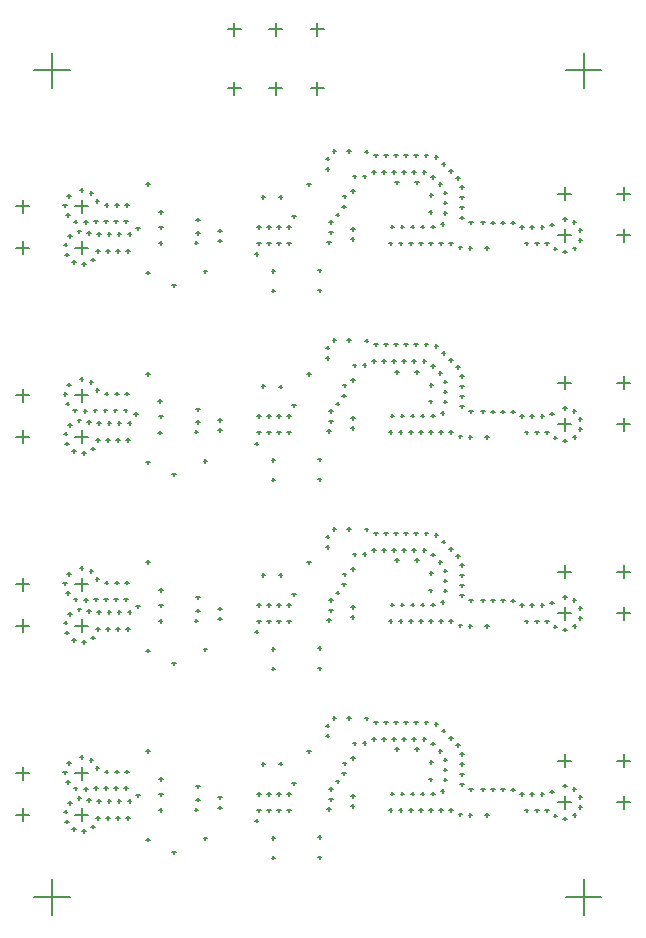
<source format=gbr>
G04*
G04 #@! TF.GenerationSoftware,Altium Limited,Altium Designer,25.1.2 (22)*
G04*
G04 Layer_Color=128*
%FSLAX25Y25*%
%MOIN*%
G70*
G04*
G04 #@! TF.SameCoordinates,A5DCB332-85D3-4D93-9494-DFC79FD2F11A*
G04*
G04*
G04 #@! TF.FilePolarity,Positive*
G04*
G01*
G75*
%ADD11C,0.00500*%
D11*
X200787Y299213D02*
X212598D01*
X206693Y293307D02*
Y305118D01*
X23622Y299213D02*
X35433D01*
X29528Y293307D02*
Y305118D01*
X200787Y23622D02*
X212598D01*
X206693Y17717D02*
Y29528D01*
X23622Y23622D02*
X35433D01*
X29528Y17717D02*
Y29528D01*
X115650Y312992D02*
X119980D01*
X117815Y310827D02*
Y315158D01*
X115650Y293307D02*
X119980D01*
X117815Y291142D02*
Y295472D01*
X101870Y312992D02*
X106201D01*
X104035Y310827D02*
Y315158D01*
X101870Y293307D02*
X106201D01*
X104035Y291142D02*
Y295472D01*
X88091Y312992D02*
X92421D01*
X90256Y310827D02*
Y315158D01*
X88091Y293307D02*
X92421D01*
X90256Y291142D02*
Y295472D01*
X17520Y190945D02*
X21850D01*
X19685Y188779D02*
Y193110D01*
X37205Y190945D02*
X41535D01*
X39370Y188779D02*
Y193110D01*
X17520Y177165D02*
X21850D01*
X19685Y175000D02*
Y179331D01*
X37205Y177165D02*
X41535D01*
X39370Y175000D02*
Y179331D01*
X17520Y253937D02*
X21850D01*
X19685Y251772D02*
Y256102D01*
X37205Y253937D02*
X41535D01*
X39370Y251772D02*
Y256102D01*
X17520Y240158D02*
X21850D01*
X19685Y237992D02*
Y242323D01*
X37205Y240158D02*
X41535D01*
X39370Y237992D02*
Y242323D01*
X217913Y244291D02*
X222244D01*
X220079Y242126D02*
Y246457D01*
X198228Y244291D02*
X202559D01*
X200394Y242126D02*
Y246457D01*
X217913Y258071D02*
X222244D01*
X220079Y255906D02*
Y260236D01*
X198228Y258071D02*
X202559D01*
X200394Y255906D02*
Y260236D01*
X217913Y181299D02*
X222244D01*
X220079Y179134D02*
Y183465D01*
X198228Y181299D02*
X202559D01*
X200394Y179134D02*
Y183465D01*
X217913Y195079D02*
X222244D01*
X220079Y192913D02*
Y197244D01*
X198228Y195079D02*
X202559D01*
X200394Y192913D02*
Y197244D01*
X17520Y127953D02*
X21850D01*
X19685Y125787D02*
Y130118D01*
X37205Y127953D02*
X41535D01*
X39370Y125787D02*
Y130118D01*
X17520Y114173D02*
X21850D01*
X19685Y112008D02*
Y116339D01*
X37205Y114173D02*
X41535D01*
X39370Y112008D02*
Y116339D01*
X217913Y118307D02*
X222244D01*
X220079Y116142D02*
Y120472D01*
X198228Y118307D02*
X202559D01*
X200394Y116142D02*
Y120472D01*
X217913Y132087D02*
X222244D01*
X220079Y129921D02*
Y134252D01*
X198228Y132087D02*
X202559D01*
X200394Y129921D02*
Y134252D01*
X17520Y64961D02*
X21850D01*
X19685Y62795D02*
Y67126D01*
X37205Y64961D02*
X41535D01*
X39370Y62795D02*
Y67126D01*
X17520Y51181D02*
X21850D01*
X19685Y49016D02*
Y53347D01*
X37205Y51181D02*
X41535D01*
X39370Y49016D02*
Y53347D01*
X217913Y55315D02*
X222244D01*
X220079Y53150D02*
Y57480D01*
X198228Y55315D02*
X202559D01*
X200394Y53150D02*
Y57480D01*
X217913Y69095D02*
X222244D01*
X220079Y66929D02*
Y71260D01*
X198228Y69095D02*
X202559D01*
X200394Y66929D02*
Y71260D01*
X190460Y241526D02*
X191642D01*
X191051Y240936D02*
Y242117D01*
X193823Y241526D02*
X195004D01*
X194413Y240936D02*
Y242117D01*
X187098Y178534D02*
X188279D01*
X187689Y177944D02*
Y179125D01*
X185589Y247056D02*
X186770D01*
X186180Y246466D02*
Y247647D01*
X205006Y246028D02*
X206188D01*
X205597Y245438D02*
Y246619D01*
X190460Y115542D02*
X191642D01*
X191051Y114952D02*
Y116133D01*
X205037Y116682D02*
X206218D01*
X205627Y116091D02*
Y117272D01*
X188951Y58080D02*
X190132D01*
X189542Y57489D02*
Y58671D01*
X172456Y185531D02*
X173637D01*
X173047Y184940D02*
Y186121D01*
X199803Y123769D02*
X200984D01*
X200394Y123178D02*
Y124360D01*
X182543Y248479D02*
X183724D01*
X183133Y247889D02*
Y249070D01*
X185589Y121072D02*
X186770D01*
X186180Y120482D02*
Y121663D01*
X196695Y239779D02*
X197876D01*
X197286Y239189D02*
Y240370D01*
X187098Y241526D02*
X188279D01*
X187689Y240936D02*
Y242117D01*
X188951Y247056D02*
X190132D01*
X189542Y246466D02*
Y247647D01*
X205037Y242666D02*
X206218D01*
X205627Y242076D02*
Y243257D01*
X185589Y58080D02*
X186770D01*
X186180Y57489D02*
Y58671D01*
X199918Y49846D02*
X201099D01*
X200509Y49255D02*
Y50436D01*
X173882Y51083D02*
X175063D01*
X174472Y50493D02*
Y51674D01*
X199803Y249753D02*
X200984D01*
X200394Y249163D02*
Y250344D01*
X195594Y247794D02*
X196775D01*
X196184Y247203D02*
Y248385D01*
X188951Y184064D02*
X190132D01*
X189542Y183474D02*
Y184655D01*
X175818Y185509D02*
X176999D01*
X176409Y184918D02*
Y186100D01*
X205006Y57052D02*
X206188D01*
X205597Y56461D02*
Y57642D01*
X196695Y50803D02*
X197876D01*
X197286Y50212D02*
Y51393D01*
X203006Y185739D02*
X204187D01*
X203597Y185148D02*
Y186329D01*
X195594Y58818D02*
X196775D01*
X196184Y58227D02*
Y59408D01*
X192313Y58080D02*
X193495D01*
X192904Y57489D02*
Y58671D01*
X192313Y184064D02*
X193495D01*
X192904Y183474D02*
Y184655D01*
X173882Y114075D02*
X175063D01*
X174472Y113485D02*
Y114666D01*
X195594Y121810D02*
X196775D01*
X196184Y121219D02*
Y122400D01*
X192313Y247056D02*
X193495D01*
X192904Y246466D02*
Y247647D01*
X203096Y176929D02*
X204277D01*
X203686Y176338D02*
Y177519D01*
X205006Y120044D02*
X206188D01*
X205597Y119453D02*
Y120634D01*
X179181Y59527D02*
X180362D01*
X179771Y58936D02*
Y60118D01*
X199803Y186761D02*
X200984D01*
X200394Y186170D02*
Y187352D01*
X205037Y53690D02*
X206218D01*
X205627Y53099D02*
Y54280D01*
X199918Y238822D02*
X201099D01*
X200509Y238231D02*
Y239412D01*
X203096Y50944D02*
X204277D01*
X203686Y50354D02*
Y51535D01*
X175818Y122517D02*
X176999D01*
X176409Y121926D02*
Y123108D01*
X203006Y122747D02*
X204187D01*
X203597Y122156D02*
Y123337D01*
X195594Y184802D02*
X196775D01*
X196184Y184211D02*
Y185392D01*
X172456Y248523D02*
X173637D01*
X173047Y247933D02*
Y249114D01*
X172456Y122539D02*
X173637D01*
X173047Y121948D02*
Y123129D01*
X175818Y248501D02*
X176999D01*
X176409Y247911D02*
Y249092D01*
X199918Y175830D02*
X201099D01*
X200509Y175239D02*
Y176420D01*
X175818Y59525D02*
X176999D01*
X176409Y58934D02*
Y60115D01*
X187098Y52550D02*
X188279D01*
X187689Y51959D02*
Y53140D01*
X179181Y248503D02*
X180362D01*
X179771Y247913D02*
Y249094D01*
X196695Y176787D02*
X197876D01*
X197286Y176196D02*
Y177377D01*
X182543Y122495D02*
X183724D01*
X183133Y121904D02*
Y123085D01*
X193823Y115542D02*
X195004D01*
X194413Y114952D02*
Y116133D01*
X179181Y185511D02*
X180362D01*
X179771Y184921D02*
Y186102D01*
X205006Y183036D02*
X206188D01*
X205597Y182446D02*
Y183627D01*
X199918Y112838D02*
X201099D01*
X200509Y112247D02*
Y113428D01*
X199803Y60777D02*
X200984D01*
X200394Y60186D02*
Y61367D01*
X203096Y113936D02*
X204277D01*
X203686Y113346D02*
Y114527D01*
X203006Y59754D02*
X204187D01*
X203597Y59164D02*
Y60345D01*
X182543Y59503D02*
X183724D01*
X183133Y58912D02*
Y60093D01*
X203006Y248731D02*
X204187D01*
X203597Y248140D02*
Y249321D01*
X173882Y240060D02*
X175063D01*
X174472Y239469D02*
Y240650D01*
X192313Y121072D02*
X193495D01*
X192904Y120482D02*
Y121663D01*
X179181Y122519D02*
X180362D01*
X179771Y121929D02*
Y123110D01*
X196695Y113795D02*
X197876D01*
X197286Y113204D02*
Y114385D01*
X203096Y239921D02*
X204277D01*
X203686Y239330D02*
Y240511D01*
X173882Y177067D02*
X175063D01*
X174472Y176477D02*
Y177658D01*
X187098Y115542D02*
X188279D01*
X187689Y114952D02*
Y116133D01*
X193823Y52550D02*
X195004D01*
X194413Y51959D02*
Y53140D01*
X190460Y178534D02*
X191642D01*
X191051Y177944D02*
Y179125D01*
X182543Y185487D02*
X183724D01*
X183133Y184897D02*
Y186078D01*
X172456Y59547D02*
X173637D01*
X173047Y58956D02*
Y60137D01*
X188951Y121072D02*
X190132D01*
X189542Y120482D02*
Y121663D01*
X190460Y52550D02*
X191642D01*
X191051Y51959D02*
Y53140D01*
X185589Y184064D02*
X186770D01*
X186180Y183474D02*
Y184655D01*
X205037Y179674D02*
X206218D01*
X205627Y179084D02*
Y180265D01*
X193823Y178534D02*
X195004D01*
X194413Y177944D02*
Y179125D01*
X168487Y59547D02*
X169668D01*
X169078Y58956D02*
Y60137D01*
X168364Y51083D02*
X169545D01*
X168954Y50493D02*
Y51674D01*
X165006Y51247D02*
X166187D01*
X165596Y50656D02*
Y51837D01*
X161932Y52609D02*
X163113D01*
X162522Y52018D02*
Y53199D01*
X158570Y52609D02*
X159751D01*
X159160Y52018D02*
Y53199D01*
X155207Y52609D02*
X156388D01*
X155798Y52018D02*
Y53199D01*
X151845Y52609D02*
X153026D01*
X152436Y52018D02*
Y53199D01*
X148483Y52609D02*
X149664D01*
X149073Y52018D02*
Y53199D01*
X145121Y52609D02*
X146302D01*
X145711Y52018D02*
Y53199D01*
X141759Y52609D02*
X142940D01*
X142349Y52018D02*
Y53199D01*
X129087Y54012D02*
X130268D01*
X129677Y53422D02*
Y54603D01*
X129276Y57369D02*
X130457D01*
X129867Y56778D02*
Y57960D01*
X142350Y58139D02*
X143531D01*
X142940Y57548D02*
Y58730D01*
X145712Y58139D02*
X146893D01*
X146303Y57548D02*
Y58730D01*
X149074Y58139D02*
X150255D01*
X149665Y57548D02*
Y58730D01*
X152436Y58139D02*
X153618D01*
X153027Y57548D02*
Y58730D01*
X155799Y58139D02*
X156980D01*
X156389Y57548D02*
Y58730D01*
X159049Y59001D02*
X160230D01*
X159639Y58410D02*
Y59591D01*
X168487Y122539D02*
X169668D01*
X169078Y121948D02*
Y123129D01*
X168364Y114075D02*
X169545D01*
X168954Y113485D02*
Y114666D01*
X165006Y114239D02*
X166187D01*
X165596Y113648D02*
Y114829D01*
X161932Y115601D02*
X163113D01*
X162522Y115011D02*
Y116192D01*
X158570Y115601D02*
X159751D01*
X159160Y115011D02*
Y116192D01*
X155207Y115601D02*
X156388D01*
X155798Y115011D02*
Y116192D01*
X151845Y115601D02*
X153026D01*
X152436Y115011D02*
Y116192D01*
X148483Y115601D02*
X149664D01*
X149073Y115011D02*
Y116192D01*
X145121Y115601D02*
X146302D01*
X145711Y115011D02*
Y116192D01*
X141759Y115601D02*
X142940D01*
X142349Y115011D02*
Y116192D01*
X129087Y117004D02*
X130268D01*
X129677Y116414D02*
Y117595D01*
X129276Y120361D02*
X130457D01*
X129867Y119771D02*
Y120952D01*
X142350Y121131D02*
X143531D01*
X142940Y120541D02*
Y121722D01*
X145712Y121131D02*
X146893D01*
X146303Y120541D02*
Y121722D01*
X149074Y121131D02*
X150255D01*
X149665Y120541D02*
Y121722D01*
X152436Y121131D02*
X153618D01*
X153027Y120541D02*
Y121722D01*
X155799Y121131D02*
X156980D01*
X156389Y120541D02*
Y121722D01*
X159049Y121993D02*
X160230D01*
X159639Y121402D02*
Y122583D01*
X168487Y185531D02*
X169668D01*
X169078Y184940D02*
Y186121D01*
X168364Y177067D02*
X169545D01*
X168954Y176477D02*
Y177658D01*
X165006Y177231D02*
X166187D01*
X165596Y176640D02*
Y177821D01*
X161932Y178593D02*
X163113D01*
X162522Y178003D02*
Y179184D01*
X158570Y178593D02*
X159751D01*
X159160Y178003D02*
Y179184D01*
X155207Y178593D02*
X156388D01*
X155798Y178003D02*
Y179184D01*
X151845Y178593D02*
X153026D01*
X152436Y178003D02*
Y179184D01*
X148483Y178593D02*
X149664D01*
X149073Y178003D02*
Y179184D01*
X145121Y178593D02*
X146302D01*
X145711Y178003D02*
Y179184D01*
X141759Y178593D02*
X142940D01*
X142349Y178003D02*
Y179184D01*
X129087Y179996D02*
X130268D01*
X129677Y179406D02*
Y180587D01*
X129276Y183353D02*
X130457D01*
X129867Y182763D02*
Y183944D01*
X142350Y184123D02*
X143531D01*
X142940Y183533D02*
Y184714D01*
X145712Y184123D02*
X146893D01*
X146303Y183533D02*
Y184714D01*
X149074Y184123D02*
X150255D01*
X149665Y183533D02*
Y184714D01*
X152436Y184123D02*
X153618D01*
X153027Y183533D02*
Y184714D01*
X155799Y184123D02*
X156980D01*
X156389Y183533D02*
Y184714D01*
X159049Y184985D02*
X160230D01*
X159639Y184394D02*
Y185575D01*
X159049Y247977D02*
X160230D01*
X159639Y247386D02*
Y248568D01*
X155799Y247115D02*
X156980D01*
X156389Y246525D02*
Y247706D01*
X152436Y247115D02*
X153618D01*
X153027Y246525D02*
Y247706D01*
X149074Y247115D02*
X150255D01*
X149665Y246525D02*
Y247706D01*
X145712Y247115D02*
X146893D01*
X146303Y246525D02*
Y247706D01*
X142350Y247115D02*
X143531D01*
X142940Y246525D02*
Y247706D01*
X129276Y246345D02*
X130457D01*
X129867Y245755D02*
Y246936D01*
X129087Y242988D02*
X130268D01*
X129677Y242398D02*
Y243579D01*
X141759Y241585D02*
X142940D01*
X142349Y240995D02*
Y242176D01*
X145121Y241585D02*
X146302D01*
X145711Y240995D02*
Y242176D01*
X148483Y241585D02*
X149664D01*
X149073Y240995D02*
Y242176D01*
X151845Y241585D02*
X153026D01*
X152436Y240995D02*
Y242176D01*
X155207Y241585D02*
X156388D01*
X155798Y240995D02*
Y242176D01*
X158570Y241585D02*
X159751D01*
X159160Y240995D02*
Y242176D01*
X161932Y241585D02*
X163113D01*
X162522Y240995D02*
Y242176D01*
X165006Y240223D02*
X166187D01*
X165596Y239633D02*
Y240813D01*
X168364Y240060D02*
X169545D01*
X168954Y239469D02*
Y240650D01*
X168487Y248523D02*
X169668D01*
X169078Y247933D02*
Y249114D01*
X165560Y256902D02*
X166741D01*
X166151Y256312D02*
Y257493D01*
X160030Y251766D02*
X161211D01*
X160621Y251175D02*
Y252357D01*
X165560Y250178D02*
X166741D01*
X166151Y249587D02*
Y250768D01*
X165560Y253540D02*
X166741D01*
X166151Y252950D02*
Y254131D01*
X160030Y255128D02*
X161211D01*
X160621Y254538D02*
Y255719D01*
X155118Y62894D02*
X156299D01*
X155709Y62303D02*
Y63484D01*
X155118Y125886D02*
X156299D01*
X155709Y125295D02*
Y126476D01*
X155118Y188878D02*
X156299D01*
X155709Y188287D02*
Y189469D01*
X155118Y251969D02*
X156299D01*
X155709Y251378D02*
Y252559D01*
X60827Y261319D02*
X62008D01*
X61417Y260728D02*
Y261910D01*
X102657Y43406D02*
X103839D01*
X103248Y42815D02*
Y43996D01*
X102657Y36811D02*
X103839D01*
X103248Y36220D02*
Y37402D01*
X102657Y106398D02*
X103839D01*
X103248Y105807D02*
Y106988D01*
X102657Y99803D02*
X103839D01*
X103248Y99213D02*
Y100394D01*
X102657Y169390D02*
X103839D01*
X103248Y168799D02*
Y169980D01*
X102657Y162795D02*
X103839D01*
X103248Y162205D02*
Y163386D01*
X102657Y225787D02*
X103839D01*
X103248Y225197D02*
Y226378D01*
X102657Y232382D02*
X103839D01*
X103248Y231791D02*
Y232972D01*
X60925Y72342D02*
X62106D01*
X61516Y71752D02*
Y72933D01*
X60827Y42815D02*
X62008D01*
X61417Y42224D02*
Y43406D01*
X80020Y43209D02*
X81201D01*
X80610Y42618D02*
Y43799D01*
X97047Y49114D02*
X98228D01*
X97638Y48524D02*
Y49705D01*
X105118Y68110D02*
X106299D01*
X105709Y67520D02*
Y68701D01*
X114469Y72244D02*
X115650D01*
X115059Y71653D02*
Y72835D01*
X143799Y72933D02*
X144980D01*
X144390Y72342D02*
Y73524D01*
X150492Y72933D02*
X151673D01*
X151083Y72342D02*
Y73524D01*
X155315Y68701D02*
X156496D01*
X155905Y68110D02*
Y69291D01*
X60925Y135335D02*
X62106D01*
X61516Y134744D02*
Y135925D01*
X60827Y105807D02*
X62008D01*
X61417Y105217D02*
Y106398D01*
X80020Y106201D02*
X81201D01*
X80610Y105610D02*
Y106791D01*
X97047Y112106D02*
X98228D01*
X97638Y111516D02*
Y112697D01*
X105118Y131102D02*
X106299D01*
X105709Y130512D02*
Y131693D01*
X114469Y135236D02*
X115650D01*
X115059Y134646D02*
Y135827D01*
X143799Y135925D02*
X144980D01*
X144390Y135335D02*
Y136516D01*
X150492Y135925D02*
X151673D01*
X151083Y135335D02*
Y136516D01*
X155315Y131693D02*
X156496D01*
X155905Y131102D02*
Y132283D01*
X60925Y198072D02*
X62106D01*
X61516Y197481D02*
Y198662D01*
X60827Y168544D02*
X62008D01*
X61417Y167954D02*
Y169135D01*
X80020Y168938D02*
X81201D01*
X80610Y168347D02*
Y169528D01*
X97047Y174843D02*
X98228D01*
X97638Y174253D02*
Y175434D01*
X105118Y193839D02*
X106299D01*
X105709Y193249D02*
Y194430D01*
X114469Y197973D02*
X115650D01*
X115059Y197383D02*
Y198564D01*
X143799Y198662D02*
X144980D01*
X144390Y198072D02*
Y199253D01*
X150492Y198662D02*
X151673D01*
X151083Y198072D02*
Y199253D01*
X155315Y194430D02*
X156496D01*
X155905Y193839D02*
Y195020D01*
X155315Y257677D02*
X156496D01*
X155905Y257087D02*
Y258268D01*
X150492Y261910D02*
X151673D01*
X151083Y261319D02*
Y262500D01*
X143799Y261910D02*
X144980D01*
X144390Y261319D02*
Y262500D01*
X114469Y261221D02*
X115650D01*
X115059Y260630D02*
Y261811D01*
X105118Y257087D02*
X106299D01*
X105709Y256496D02*
Y257677D01*
X97047Y238090D02*
X98228D01*
X97638Y237500D02*
Y238681D01*
X80020Y232185D02*
X81201D01*
X80610Y231594D02*
Y232776D01*
X60827Y231791D02*
X62008D01*
X61417Y231201D02*
Y232382D01*
X118110Y36909D02*
X119291D01*
X118701Y36319D02*
Y37500D01*
X118110Y43602D02*
X119291D01*
X118701Y43012D02*
Y44193D01*
X118110Y99902D02*
X119291D01*
X118701Y99311D02*
Y100492D01*
X118110Y106595D02*
X119291D01*
X118701Y106004D02*
Y107185D01*
X118110Y162894D02*
X119291D01*
X118701Y162303D02*
Y163484D01*
X118110Y169587D02*
X119291D01*
X118701Y168996D02*
Y170177D01*
X118110Y232579D02*
X119291D01*
X118701Y231988D02*
Y233169D01*
X118110Y225886D02*
X119291D01*
X118701Y225295D02*
Y226476D01*
X99311Y68012D02*
X100492D01*
X99902Y67421D02*
Y68602D01*
X99311Y131004D02*
X100492D01*
X99902Y130413D02*
Y131595D01*
X99311Y193996D02*
X100492D01*
X99902Y193405D02*
Y194587D01*
X69587Y38583D02*
X70768D01*
X70177Y37992D02*
Y39173D01*
X69587Y101575D02*
X70768D01*
X70177Y100984D02*
Y102165D01*
X69587Y164567D02*
X70768D01*
X70177Y163976D02*
Y165157D01*
X99311Y256988D02*
X100492D01*
X99902Y256398D02*
Y257579D01*
X69587Y227559D02*
X70768D01*
X70177Y226969D02*
Y228150D01*
X121222Y241922D02*
X122403D01*
X121812Y241332D02*
Y242513D01*
X104595Y52540D02*
X105777D01*
X105186Y51950D02*
Y53131D01*
X121222Y52946D02*
X122403D01*
X121812Y52355D02*
Y53536D01*
X101153Y184054D02*
X102334D01*
X101744Y183464D02*
Y184645D01*
X107878Y58070D02*
X109059D01*
X108468Y57480D02*
Y58661D01*
X84856Y182770D02*
X86037D01*
X85447Y182179D02*
Y183360D01*
X104516Y247046D02*
X105697D01*
X105106Y246456D02*
Y247637D01*
X121222Y115938D02*
X122403D01*
X121812Y115347D02*
Y116528D01*
X84883Y179408D02*
X86064D01*
X85473Y178817D02*
Y179998D01*
X101153Y58070D02*
X102334D01*
X101744Y57480D02*
Y58661D01*
X84925Y56854D02*
X86106D01*
X85516Y56264D02*
Y57445D01*
X104595Y178524D02*
X105777D01*
X105186Y177934D02*
Y179115D01*
X101233Y241516D02*
X102414D01*
X101824Y240926D02*
Y242107D01*
X107878Y184054D02*
X109059D01*
X108468Y183464D02*
Y184645D01*
X84952Y53492D02*
X86133D01*
X85542Y52902D02*
Y54083D01*
X107878Y121062D02*
X109059D01*
X108468Y120472D02*
Y121653D01*
X121795Y245235D02*
X122977D01*
X122386Y244645D02*
Y245826D01*
X121795Y56259D02*
X122977D01*
X122386Y55668D02*
Y56849D01*
X104516Y184054D02*
X105697D01*
X105106Y183464D02*
Y184645D01*
X101233Y178524D02*
X102414D01*
X101824Y177934D02*
Y179115D01*
X104595Y115532D02*
X105777D01*
X105186Y114942D02*
Y116123D01*
X121795Y119251D02*
X122977D01*
X122386Y118660D02*
Y119841D01*
X101233Y52540D02*
X102414D01*
X101824Y51950D02*
Y53131D01*
X101233Y115532D02*
X102414D01*
X101824Y114942D02*
Y116123D01*
X104516Y58070D02*
X105697D01*
X105106Y57480D02*
Y58661D01*
X107958Y178524D02*
X109139D01*
X108548Y177934D02*
Y179115D01*
X121222Y178930D02*
X122403D01*
X121812Y178340D02*
Y179521D01*
X97791Y121062D02*
X98972D01*
X98382Y120472D02*
Y121653D01*
X97871Y115532D02*
X99052D01*
X98462Y114942D02*
Y116123D01*
X84925Y119846D02*
X86106D01*
X85516Y119256D02*
Y120437D01*
X121795Y182243D02*
X122977D01*
X122386Y181652D02*
Y182834D01*
X97791Y247046D02*
X98972D01*
X98382Y246456D02*
Y247637D01*
X101153Y247046D02*
X102334D01*
X101744Y246456D02*
Y247637D01*
X97791Y58070D02*
X98972D01*
X98382Y57480D02*
Y58661D01*
X97871Y178524D02*
X99052D01*
X98462Y177934D02*
Y179115D01*
X84925Y245831D02*
X86106D01*
X85516Y245240D02*
Y246421D01*
X107958Y52540D02*
X109139D01*
X108548Y51950D02*
Y53131D01*
X97871Y52540D02*
X99052D01*
X98462Y51950D02*
Y53131D01*
X97791Y184054D02*
X98972D01*
X98382Y183464D02*
Y184645D01*
X107878Y247046D02*
X109059D01*
X108468Y246456D02*
Y247637D01*
X84952Y242469D02*
X86133D01*
X85542Y241878D02*
Y243059D01*
X107958Y241516D02*
X109139D01*
X108548Y240926D02*
Y242107D01*
X84952Y116484D02*
X86133D01*
X85542Y115894D02*
Y117075D01*
X107958Y115532D02*
X109139D01*
X108548Y114942D02*
Y116123D01*
X104595Y241516D02*
X105777D01*
X105186Y240926D02*
Y242107D01*
X97871Y241516D02*
X99052D01*
X98462Y240926D02*
Y242107D01*
X101153Y121062D02*
X102334D01*
X101744Y120472D02*
Y121653D01*
X104516Y121062D02*
X105697D01*
X105106Y120472D02*
Y121653D01*
X109604Y61567D02*
X110785D01*
X110195Y60976D02*
Y62157D01*
X38780Y70423D02*
X39961D01*
X39370Y69832D02*
Y71013D01*
X41982Y69400D02*
X43164D01*
X42573Y68809D02*
Y69990D01*
X43983Y66698D02*
X45164D01*
X44573Y66107D02*
Y67288D01*
X47110Y65462D02*
X48291D01*
X47700Y64871D02*
Y66052D01*
X50472Y65462D02*
X51653D01*
X51062Y64871D02*
Y66052D01*
X53834Y65462D02*
X55015D01*
X54425Y64871D02*
Y66052D01*
X65158Y63090D02*
X66339D01*
X65748Y62500D02*
Y63681D01*
X77583Y60524D02*
X78764D01*
X78173Y59934D02*
Y61115D01*
X53566Y59932D02*
X54747D01*
X54156Y59341D02*
Y60522D01*
X50204Y59932D02*
X51385D01*
X50794Y59341D02*
Y60522D01*
X46841Y59932D02*
X48022D01*
X47432Y59341D02*
Y60522D01*
X43479Y59932D02*
X44660D01*
X44070Y59341D02*
Y60522D01*
X40128Y59663D02*
X41309D01*
X40718Y59072D02*
Y60253D01*
X36772Y59869D02*
X37953D01*
X37363Y59279D02*
Y60460D01*
X34166Y61994D02*
X35347D01*
X34756Y61403D02*
Y62584D01*
X33299Y65242D02*
X34480D01*
X33890Y64652D02*
Y65833D01*
X34506Y68380D02*
X35688D01*
X35097Y67790D02*
Y68971D01*
X77583Y56121D02*
X78764D01*
X78173Y55530D02*
Y56712D01*
X77009Y52808D02*
X78190D01*
X77600Y52218D02*
Y53399D01*
X54283Y50089D02*
X55465D01*
X54874Y49499D02*
Y50680D01*
X50921Y50089D02*
X52102D01*
X51512Y49499D02*
Y50680D01*
X47559Y50089D02*
X48740D01*
X48149Y49499D02*
Y50680D01*
X44197Y50089D02*
X45378D01*
X44787Y49499D02*
Y50680D01*
X42517Y47177D02*
X43698D01*
X43108Y46586D02*
Y47767D01*
X39471Y45753D02*
X40652D01*
X40062Y45162D02*
Y46344D01*
X36166Y46372D02*
X37347D01*
X36757Y45782D02*
Y46963D01*
X33842Y48802D02*
X35023D01*
X34433Y48211D02*
Y49393D01*
X33386Y52133D02*
X34567D01*
X33976Y51542D02*
Y52723D01*
X34967Y55100D02*
X36148D01*
X35558Y54510D02*
Y55691D01*
X37979Y56595D02*
X39160D01*
X38570Y56004D02*
Y57185D01*
X41297Y56054D02*
X42478D01*
X41888Y55463D02*
Y56644D01*
X44631Y55619D02*
X45812D01*
X45222Y55029D02*
Y56210D01*
X47993Y55619D02*
X49175D01*
X48584Y55029D02*
Y56210D01*
X51356Y55619D02*
X52537D01*
X51946Y55029D02*
Y56210D01*
X54718Y55619D02*
X55899D01*
X55309Y55029D02*
Y56210D01*
X57471Y57549D02*
X58652D01*
X58062Y56959D02*
Y58140D01*
X65158Y57874D02*
X66339D01*
X65748Y57284D02*
Y58465D01*
X65059Y52658D02*
X66240D01*
X65650Y52067D02*
Y53248D01*
X109604Y124559D02*
X110785D01*
X110195Y123968D02*
Y125149D01*
X38780Y133415D02*
X39961D01*
X39370Y132824D02*
Y134005D01*
X41982Y132392D02*
X43164D01*
X42573Y131802D02*
Y132983D01*
X43983Y129690D02*
X45164D01*
X44573Y129099D02*
Y130280D01*
X47110Y128454D02*
X48291D01*
X47700Y127864D02*
Y129045D01*
X50472Y128454D02*
X51653D01*
X51062Y127864D02*
Y129045D01*
X53834Y128454D02*
X55015D01*
X54425Y127864D02*
Y129045D01*
X65158Y126083D02*
X66339D01*
X65748Y125492D02*
Y126673D01*
X77583Y123516D02*
X78764D01*
X78173Y122926D02*
Y124107D01*
X53566Y122924D02*
X54747D01*
X54156Y122333D02*
Y123514D01*
X50204Y122924D02*
X51385D01*
X50794Y122333D02*
Y123514D01*
X46841Y122924D02*
X48022D01*
X47432Y122333D02*
Y123514D01*
X43479Y122924D02*
X44660D01*
X44070Y122333D02*
Y123514D01*
X40128Y122655D02*
X41309D01*
X40718Y122064D02*
Y123245D01*
X36772Y122862D02*
X37953D01*
X37363Y122271D02*
Y123452D01*
X34166Y124986D02*
X35347D01*
X34756Y124395D02*
Y125576D01*
X33299Y128235D02*
X34480D01*
X33890Y127644D02*
Y128825D01*
X34506Y131372D02*
X35688D01*
X35097Y130782D02*
Y131963D01*
X77583Y119113D02*
X78764D01*
X78173Y118523D02*
Y119704D01*
X77009Y115800D02*
X78190D01*
X77600Y115210D02*
Y116391D01*
X54283Y113081D02*
X55465D01*
X54874Y112491D02*
Y113672D01*
X50921Y113081D02*
X52102D01*
X51512Y112491D02*
Y113672D01*
X47559Y113081D02*
X48740D01*
X48149Y112491D02*
Y113672D01*
X44197Y113081D02*
X45378D01*
X44787Y112491D02*
Y113672D01*
X42517Y110169D02*
X43698D01*
X43108Y109578D02*
Y110759D01*
X39471Y108745D02*
X40652D01*
X40062Y108155D02*
Y109336D01*
X36166Y109364D02*
X37347D01*
X36757Y108774D02*
Y109955D01*
X33842Y111794D02*
X35023D01*
X34433Y111204D02*
Y112385D01*
X33386Y115125D02*
X34567D01*
X33976Y114534D02*
Y115716D01*
X34967Y118092D02*
X36148D01*
X35558Y117502D02*
Y118683D01*
X37979Y119587D02*
X39160D01*
X38570Y118996D02*
Y120177D01*
X41297Y119046D02*
X42478D01*
X41888Y118455D02*
Y119636D01*
X44631Y118612D02*
X45812D01*
X45222Y118021D02*
Y119202D01*
X47993Y118612D02*
X49175D01*
X48584Y118021D02*
Y119202D01*
X51356Y118612D02*
X52537D01*
X51946Y118021D02*
Y119202D01*
X54718Y118612D02*
X55899D01*
X55309Y118021D02*
Y119202D01*
X57471Y120542D02*
X58652D01*
X58062Y119951D02*
Y121132D01*
X65158Y120866D02*
X66339D01*
X65748Y120276D02*
Y121457D01*
X65059Y115650D02*
X66240D01*
X65650Y115059D02*
Y116240D01*
X133745Y83196D02*
X134926D01*
X134335Y82606D02*
Y83787D01*
X136846Y81899D02*
X138028D01*
X137437Y81308D02*
Y82489D01*
X140209Y81899D02*
X141390D01*
X140799Y81308D02*
Y82489D01*
X143571Y81899D02*
X144752D01*
X144161Y81308D02*
Y82489D01*
X146933Y81899D02*
X148114D01*
X147524Y81308D02*
Y82489D01*
X150295Y81899D02*
X151476D01*
X150886Y81308D02*
Y82489D01*
X153657Y81899D02*
X154839D01*
X154248Y81308D02*
Y82489D01*
X156984Y81412D02*
X158165D01*
X157575Y80821D02*
Y82002D01*
X159440Y79116D02*
X160622D01*
X160031Y78525D02*
Y79706D01*
X161818Y76738D02*
X162999D01*
X162408Y76148D02*
Y77329D01*
X164195Y74361D02*
X165376D01*
X164786Y73770D02*
Y74951D01*
X165560Y71288D02*
X166741D01*
X166151Y70698D02*
Y71879D01*
X165560Y67926D02*
X166741D01*
X166151Y67335D02*
Y68516D01*
X165560Y64564D02*
X166741D01*
X166151Y63973D02*
Y65154D01*
X165560Y61202D02*
X166741D01*
X166151Y60611D02*
Y61792D01*
X160030Y62790D02*
X161211D01*
X160621Y62199D02*
Y63380D01*
X160030Y66152D02*
X161211D01*
X160621Y65561D02*
Y66742D01*
X160030Y69514D02*
X161211D01*
X160621Y68923D02*
Y70105D01*
X158324Y72411D02*
X159505D01*
X158915Y71821D02*
Y73002D01*
X155947Y74789D02*
X157128D01*
X156537Y74198D02*
Y75379D01*
X152979Y76369D02*
X154160D01*
X153569Y75778D02*
Y76959D01*
X149617Y76369D02*
X150798D01*
X150207Y75778D02*
Y76959D01*
X146255Y76369D02*
X147436D01*
X146845Y75778D02*
Y76959D01*
X142892Y76369D02*
X144073D01*
X143483Y75778D02*
Y76959D01*
X139530Y76369D02*
X140711D01*
X140121Y75778D02*
Y76959D01*
X136168Y76369D02*
X137349D01*
X136758Y75778D02*
Y76959D01*
X133121Y74947D02*
X134302D01*
X133712Y74357D02*
Y75538D01*
X129759Y74902D02*
X130940D01*
X130350Y74312D02*
Y75493D01*
X127854Y83366D02*
X129035D01*
X128445Y82776D02*
Y83957D01*
X129233Y70043D02*
X130414D01*
X129823Y69452D02*
Y70633D01*
X126414Y68209D02*
X127595D01*
X127005Y67619D02*
Y68800D01*
X126130Y64859D02*
X127311D01*
X126720Y64269D02*
Y65450D01*
X124089Y62187D02*
X125270D01*
X124680Y61596D02*
Y62777D01*
X121795Y59729D02*
X122977D01*
X122386Y59138D02*
Y60319D01*
X120788Y77441D02*
X121969D01*
X121379Y76850D02*
Y78031D01*
X120788Y80803D02*
X121969D01*
X121379Y80212D02*
Y81393D01*
X122973Y83358D02*
X124154D01*
X123564Y82767D02*
Y83948D01*
X133745Y146188D02*
X134926D01*
X134335Y145598D02*
Y146779D01*
X136846Y144891D02*
X138028D01*
X137437Y144300D02*
Y145482D01*
X140209Y144891D02*
X141390D01*
X140799Y144300D02*
Y145482D01*
X143571Y144891D02*
X144752D01*
X144161Y144300D02*
Y145482D01*
X146933Y144891D02*
X148114D01*
X147524Y144300D02*
Y145482D01*
X150295Y144891D02*
X151476D01*
X150886Y144300D02*
Y145482D01*
X153657Y144891D02*
X154839D01*
X154248Y144300D02*
Y145482D01*
X156984Y144404D02*
X158165D01*
X157575Y143813D02*
Y144994D01*
X159440Y142108D02*
X160622D01*
X160031Y141517D02*
Y142698D01*
X161818Y139730D02*
X162999D01*
X162408Y139140D02*
Y140321D01*
X164195Y137353D02*
X165376D01*
X164786Y136762D02*
Y137943D01*
X165560Y134280D02*
X166741D01*
X166151Y133690D02*
Y134871D01*
X165560Y130918D02*
X166741D01*
X166151Y130327D02*
Y131509D01*
X165560Y127556D02*
X166741D01*
X166151Y126965D02*
Y128146D01*
X165560Y124194D02*
X166741D01*
X166151Y123603D02*
Y124784D01*
X160030Y125782D02*
X161211D01*
X160621Y125191D02*
Y126372D01*
X160030Y129144D02*
X161211D01*
X160621Y128553D02*
Y129735D01*
X160030Y132506D02*
X161211D01*
X160621Y131916D02*
Y133097D01*
X158324Y135403D02*
X159505D01*
X158915Y134813D02*
Y135994D01*
X155947Y137781D02*
X157128D01*
X156537Y137190D02*
Y138371D01*
X152979Y139361D02*
X154160D01*
X153569Y138770D02*
Y139952D01*
X149617Y139361D02*
X150798D01*
X150207Y138770D02*
Y139952D01*
X146255Y139361D02*
X147436D01*
X146845Y138770D02*
Y139952D01*
X142892Y139361D02*
X144073D01*
X143483Y138770D02*
Y139952D01*
X139530Y139361D02*
X140711D01*
X140121Y138770D02*
Y139952D01*
X136168Y139361D02*
X137349D01*
X136758Y138770D02*
Y139952D01*
X133121Y137940D02*
X134302D01*
X133712Y137349D02*
Y138530D01*
X129759Y137894D02*
X130940D01*
X130350Y137304D02*
Y138485D01*
X127854Y146358D02*
X129035D01*
X128445Y145768D02*
Y146949D01*
X129233Y133035D02*
X130414D01*
X129823Y132444D02*
Y133625D01*
X126414Y131201D02*
X127595D01*
X127005Y130611D02*
Y131792D01*
X126130Y127851D02*
X127311D01*
X126720Y127261D02*
Y128442D01*
X124089Y125179D02*
X125270D01*
X124680Y124588D02*
Y125769D01*
X121795Y122721D02*
X122977D01*
X122386Y122130D02*
Y123311D01*
X120788Y140433D02*
X121969D01*
X121379Y139842D02*
Y141023D01*
X120788Y143795D02*
X121969D01*
X121379Y143204D02*
Y144386D01*
X122973Y146350D02*
X124154D01*
X123564Y145759D02*
Y146941D01*
X133745Y209180D02*
X134926D01*
X134335Y208590D02*
Y209771D01*
X136846Y207883D02*
X138028D01*
X137437Y207293D02*
Y208474D01*
X140209Y207883D02*
X141390D01*
X140799Y207293D02*
Y208474D01*
X143571Y207883D02*
X144752D01*
X144161Y207293D02*
Y208474D01*
X146933Y207883D02*
X148114D01*
X147524Y207293D02*
Y208474D01*
X150295Y207883D02*
X151476D01*
X150886Y207293D02*
Y208474D01*
X153657Y207883D02*
X154839D01*
X154248Y207293D02*
Y208474D01*
X156984Y207396D02*
X158165D01*
X157575Y206805D02*
Y207986D01*
X159440Y205100D02*
X160622D01*
X160031Y204509D02*
Y205690D01*
X161818Y202722D02*
X162999D01*
X162408Y202132D02*
Y203313D01*
X164195Y200345D02*
X165376D01*
X164786Y199754D02*
Y200936D01*
X165560Y197272D02*
X166741D01*
X166151Y196682D02*
Y197863D01*
X165560Y193910D02*
X166741D01*
X166151Y193320D02*
Y194501D01*
X165560Y190548D02*
X166741D01*
X166151Y189957D02*
Y191139D01*
X165560Y187186D02*
X166741D01*
X166151Y186595D02*
Y187776D01*
X160030Y188774D02*
X161211D01*
X160621Y188183D02*
Y189364D01*
X160030Y192136D02*
X161211D01*
X160621Y191545D02*
Y192727D01*
X160030Y195498D02*
X161211D01*
X160621Y194908D02*
Y196089D01*
X158324Y198395D02*
X159505D01*
X158915Y197805D02*
Y198986D01*
X155947Y200773D02*
X157128D01*
X156537Y200182D02*
Y201363D01*
X152979Y202353D02*
X154160D01*
X153569Y201763D02*
Y202944D01*
X149617Y202353D02*
X150798D01*
X150207Y201763D02*
Y202944D01*
X146255Y202353D02*
X147436D01*
X146845Y201763D02*
Y202944D01*
X142892Y202353D02*
X144073D01*
X143483Y201763D02*
Y202944D01*
X139530Y202353D02*
X140711D01*
X140121Y201763D02*
Y202944D01*
X136168Y202353D02*
X137349D01*
X136758Y201763D02*
Y202944D01*
X133121Y200932D02*
X134302D01*
X133712Y200341D02*
Y201522D01*
X129759Y200886D02*
X130940D01*
X130350Y200296D02*
Y201477D01*
X127854Y209350D02*
X129035D01*
X128445Y208760D02*
Y209941D01*
X129233Y196027D02*
X130414D01*
X129823Y195436D02*
Y196617D01*
X126414Y194193D02*
X127595D01*
X127005Y193603D02*
Y194784D01*
X126130Y190843D02*
X127311D01*
X126720Y190253D02*
Y191434D01*
X124089Y188171D02*
X125270D01*
X124680Y187581D02*
Y188762D01*
X121795Y185713D02*
X122977D01*
X122386Y185122D02*
Y186303D01*
X120788Y203425D02*
X121969D01*
X121379Y202834D02*
Y204015D01*
X120788Y206787D02*
X121969D01*
X121379Y206196D02*
Y207378D01*
X122973Y209342D02*
X124154D01*
X123564Y208752D02*
Y209933D01*
X109604Y187551D02*
X110785D01*
X110195Y186960D02*
Y188141D01*
X64961Y189075D02*
X66142D01*
X65551Y188484D02*
Y189665D01*
X64961Y178445D02*
X66142D01*
X65551Y177854D02*
Y179035D01*
X34611Y194501D02*
X35792D01*
X35202Y193911D02*
Y195092D01*
X33320Y191397D02*
X34501D01*
X33911Y190806D02*
Y191987D01*
X34093Y188125D02*
X35274D01*
X34684Y187534D02*
Y188715D01*
X36626Y185914D02*
X37808D01*
X37217Y185323D02*
Y186504D01*
X39974Y185595D02*
X41155D01*
X40564Y185004D02*
Y186185D01*
X43320Y185916D02*
X44501D01*
X43911Y185326D02*
Y186507D01*
X46683Y185916D02*
X47864D01*
X47273Y185326D02*
Y186507D01*
X50045Y185916D02*
X51226D01*
X50635Y185326D02*
Y186507D01*
X53407Y185916D02*
X54588D01*
X53997Y185326D02*
Y186507D01*
X56791Y184646D02*
X57972D01*
X57382Y184055D02*
Y185236D01*
X77583Y186253D02*
X78764D01*
X78173Y185663D02*
Y186844D01*
X53834Y191446D02*
X55015D01*
X54425Y190856D02*
Y192037D01*
X50472Y191446D02*
X51653D01*
X51062Y190856D02*
Y192037D01*
X47110Y191446D02*
X48291D01*
X47700Y190856D02*
Y192037D01*
X43983Y192682D02*
X45164D01*
X44573Y192091D02*
Y193272D01*
X41982Y195384D02*
X43164D01*
X42573Y194794D02*
Y195975D01*
X38780Y196407D02*
X39961D01*
X39370Y195816D02*
Y196997D01*
X65256Y183858D02*
X66437D01*
X65847Y183268D02*
Y184449D01*
X54718Y181604D02*
X55899D01*
X55309Y181013D02*
Y182194D01*
X51356Y181604D02*
X52537D01*
X51946Y181013D02*
Y182194D01*
X47993Y181604D02*
X49175D01*
X48584Y181013D02*
Y182194D01*
X44631Y181604D02*
X45812D01*
X45222Y181013D02*
Y182194D01*
X41297Y182038D02*
X42478D01*
X41888Y181447D02*
Y182628D01*
X37979Y182579D02*
X39160D01*
X38570Y181989D02*
Y183170D01*
X34967Y181084D02*
X36148D01*
X35558Y180494D02*
Y181675D01*
X33386Y178117D02*
X34567D01*
X33976Y177527D02*
Y178708D01*
X33842Y174786D02*
X35023D01*
X34433Y174196D02*
Y175377D01*
X36166Y172356D02*
X37347D01*
X36757Y171766D02*
Y172947D01*
X39471Y171737D02*
X40652D01*
X40062Y171147D02*
Y172328D01*
X42517Y173161D02*
X43698D01*
X43108Y172571D02*
Y173752D01*
X44197Y176074D02*
X45378D01*
X44787Y175483D02*
Y176664D01*
X47559Y176074D02*
X48740D01*
X48149Y175483D02*
Y176664D01*
X50921Y176074D02*
X52102D01*
X51512Y175483D02*
Y176664D01*
X54283Y176074D02*
X55465D01*
X54874Y175483D02*
Y176664D01*
X77009Y178792D02*
X78190D01*
X77600Y178202D02*
Y179383D01*
X77583Y182105D02*
X78764D01*
X78173Y181515D02*
Y182696D01*
X65059Y241634D02*
X66240D01*
X65650Y241043D02*
Y242224D01*
X65158Y246850D02*
X66339D01*
X65748Y246260D02*
Y247441D01*
X57471Y246526D02*
X58652D01*
X58062Y245935D02*
Y247116D01*
X54718Y244596D02*
X55899D01*
X55309Y244005D02*
Y245186D01*
X51356Y244596D02*
X52537D01*
X51946Y244005D02*
Y245186D01*
X47993Y244596D02*
X49175D01*
X48584Y244005D02*
Y245186D01*
X44631Y244596D02*
X45812D01*
X45222Y244005D02*
Y245186D01*
X41297Y245030D02*
X42478D01*
X41888Y244440D02*
Y245621D01*
X37979Y245571D02*
X39160D01*
X38570Y244981D02*
Y246162D01*
X34967Y244076D02*
X36148D01*
X35558Y243486D02*
Y244667D01*
X33386Y241109D02*
X34567D01*
X33976Y240519D02*
Y241700D01*
X33842Y237778D02*
X35023D01*
X34433Y237188D02*
Y238369D01*
X36166Y235349D02*
X37347D01*
X36757Y234758D02*
Y235939D01*
X39471Y234729D02*
X40652D01*
X40062Y234139D02*
Y235320D01*
X42517Y236153D02*
X43698D01*
X43108Y235563D02*
Y236744D01*
X44197Y239066D02*
X45378D01*
X44787Y238475D02*
Y239656D01*
X47559Y239066D02*
X48740D01*
X48149Y238475D02*
Y239656D01*
X50921Y239066D02*
X52102D01*
X51512Y238475D02*
Y239656D01*
X54283Y239066D02*
X55465D01*
X54874Y238475D02*
Y239656D01*
X77009Y241785D02*
X78190D01*
X77600Y241194D02*
Y242375D01*
X77583Y245097D02*
X78764D01*
X78173Y244507D02*
Y245688D01*
X34506Y257357D02*
X35688D01*
X35097Y256766D02*
Y257947D01*
X33299Y254219D02*
X34480D01*
X33890Y253628D02*
Y254809D01*
X34166Y250970D02*
X35347D01*
X34756Y250380D02*
Y251561D01*
X36772Y248846D02*
X37953D01*
X37363Y248255D02*
Y249436D01*
X40128Y248639D02*
X41309D01*
X40718Y248048D02*
Y249230D01*
X43479Y248908D02*
X44660D01*
X44070Y248318D02*
Y249499D01*
X46841Y248908D02*
X48022D01*
X47432Y248318D02*
Y249499D01*
X50204Y248908D02*
X51385D01*
X50794Y248318D02*
Y249499D01*
X53566Y248908D02*
X54747D01*
X54156Y248318D02*
Y249499D01*
X77583Y249500D02*
X78764D01*
X78173Y248910D02*
Y250091D01*
X65158Y252067D02*
X66339D01*
X65748Y251476D02*
Y252658D01*
X53834Y254438D02*
X55015D01*
X54425Y253848D02*
Y255029D01*
X50472Y254438D02*
X51653D01*
X51062Y253848D02*
Y255029D01*
X47110Y254438D02*
X48291D01*
X47700Y253848D02*
Y255029D01*
X43983Y255674D02*
X45164D01*
X44573Y255083D02*
Y256264D01*
X41982Y258376D02*
X43164D01*
X42573Y257786D02*
Y258967D01*
X38780Y259399D02*
X39961D01*
X39370Y258808D02*
Y259989D01*
X122973Y272334D02*
X124154D01*
X123564Y271744D02*
Y272925D01*
X120788Y269779D02*
X121969D01*
X121379Y269189D02*
Y270370D01*
X120788Y266417D02*
X121969D01*
X121379Y265826D02*
Y267007D01*
X109604Y250543D02*
X110785D01*
X110195Y249952D02*
Y251133D01*
X121795Y248705D02*
X122977D01*
X122386Y248114D02*
Y249296D01*
X124089Y251163D02*
X125270D01*
X124680Y250573D02*
Y251754D01*
X126130Y253836D02*
X127311D01*
X126720Y253245D02*
Y254426D01*
X126414Y257186D02*
X127595D01*
X127005Y256595D02*
Y257776D01*
X129233Y259019D02*
X130414D01*
X129823Y258428D02*
Y259610D01*
X127854Y272342D02*
X129035D01*
X128445Y271752D02*
Y272933D01*
X129759Y263878D02*
X130940D01*
X130350Y263288D02*
Y264469D01*
X133121Y263924D02*
X134302D01*
X133712Y263333D02*
Y264514D01*
X136168Y265345D02*
X137349D01*
X136758Y264755D02*
Y265936D01*
X139530Y265345D02*
X140711D01*
X140121Y264755D02*
Y265936D01*
X142892Y265345D02*
X144073D01*
X143483Y264755D02*
Y265936D01*
X146255Y265345D02*
X147436D01*
X146845Y264755D02*
Y265936D01*
X149617Y265345D02*
X150798D01*
X150207Y264755D02*
Y265936D01*
X152979Y265345D02*
X154160D01*
X153569Y264755D02*
Y265936D01*
X155947Y263765D02*
X157128D01*
X156537Y263175D02*
Y264356D01*
X158324Y261388D02*
X159505D01*
X158915Y260797D02*
Y261978D01*
X160030Y258490D02*
X161211D01*
X160621Y257900D02*
Y259081D01*
X165560Y260264D02*
X166741D01*
X166151Y259674D02*
Y260855D01*
X164195Y263337D02*
X165376D01*
X164786Y262747D02*
Y263928D01*
X161818Y265715D02*
X162999D01*
X162408Y265124D02*
Y266305D01*
X159440Y268092D02*
X160622D01*
X160031Y267501D02*
Y268683D01*
X156984Y270388D02*
X158165D01*
X157575Y269797D02*
Y270978D01*
X153657Y270875D02*
X154839D01*
X154248Y270285D02*
Y271466D01*
X150295Y270875D02*
X151476D01*
X150886Y270285D02*
Y271466D01*
X146933Y270875D02*
X148114D01*
X147524Y270285D02*
Y271466D01*
X143571Y270875D02*
X144752D01*
X144161Y270285D02*
Y271466D01*
X140209Y270875D02*
X141390D01*
X140799Y270285D02*
Y271466D01*
X136846Y270875D02*
X138028D01*
X137437Y270285D02*
Y271466D01*
X133745Y272173D02*
X134926D01*
X134335Y271582D02*
Y272763D01*
M02*

</source>
